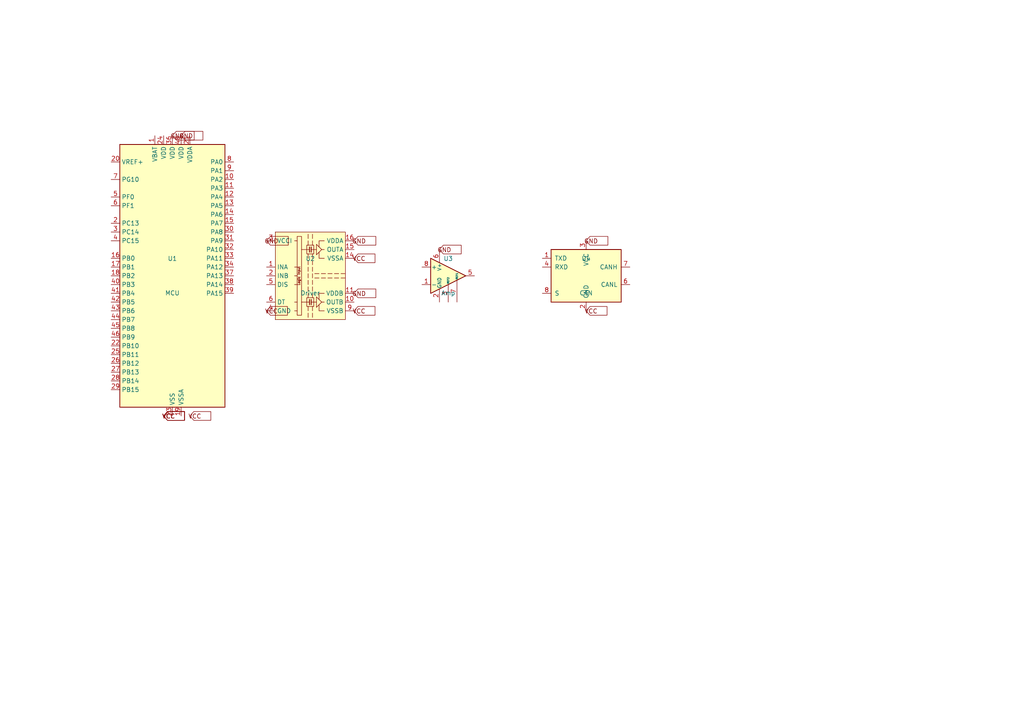
<source format=kicad_sch>
(kicad_sch (version 20231120) (generator "nexus_ee_design")
  (paper "A4")
  (lib_symbols
    (symbol "STM32G431CBTxZ"
      (property "Reference" "U" (at -15.24 39.37 0))
      (property "Value" "STM32G431CBTxZ" (at 7.62 39.37 0))
      (symbol "STM32G431CBTxZ_0_1"
        (rectangle (start -15.24 -38.1) (end 15.24 38.1) (stroke (width 0.254)) (fill (type background)))
      )
      (symbol "STM32G431CBTxZ_1_1"
        (pin input line (at -17.78 33.02 0) (length 2.54) (name "VREF+") (number "20"))
        (pin bidirectional line (at -17.78 27.94 0) (length 2.54) (name "PG10") (number "7"))
        (pin bidirectional line (at -17.78 22.86 0) (length 2.54) (name "PF0") (number "5"))
        (pin bidirectional line (at -17.78 20.32 0) (length 2.54) (name "PF1") (number "6"))
        (pin bidirectional line (at -17.78 15.24 0) (length 2.54) (name "PC13") (number "2"))
        (pin bidirectional line (at -17.78 12.7 0) (length 2.54) (name "PC14") (number "3"))
        (pin bidirectional line (at -17.78 10.16 0) (length 2.54) (name "PC15") (number "4"))
        (pin bidirectional line (at -17.78 5.08 0) (length 2.54) (name "PB0") (number "16"))
        (pin bidirectional line (at -17.78 2.54 0) (length 2.54) (name "PB1") (number "17"))
        (pin bidirectional line (at -17.78 0 0) (length 2.54) (name "PB2") (number "18"))
        (pin bidirectional line (at -17.78 -2.54 0) (length 2.54) (name "PB3") (number "40"))
        (pin bidirectional line (at -17.78 -5.08 0) (length 2.54) (name "PB4") (number "41"))
        (pin bidirectional line (at -17.78 -7.62 0) (length 2.54) (name "PB5") (number "42"))
        (pin bidirectional line (at -17.78 -10.16 0) (length 2.54) (name "PB6") (number "43"))
        (pin bidirectional line (at -17.78 -12.7 0) (length 2.54) (name "PB7") (number "44"))
        (pin bidirectional line (at -17.78 -15.24 0) (length 2.54) (name "PB8") (number "45"))
        (pin bidirectional line (at -17.78 -17.78 0) (length 2.54) (name "PB9") (number "46"))
        (pin bidirectional line (at -17.78 -20.32 0) (length 2.54) (name "PB10") (number "22"))
        (pin bidirectional line (at -17.78 -22.86 0) (length 2.54) (name "PB11") (number "25"))
        (pin bidirectional line (at -17.78 -25.4 0) (length 2.54) (name "PB12") (number "26"))
        (pin bidirectional line (at -17.78 -27.94 0) (length 2.54) (name "PB13") (number "27"))
        (pin bidirectional line (at -17.78 -30.48 0) (length 2.54) (name "PB14") (number "28"))
        (pin bidirectional line (at -17.78 -33.02 0) (length 2.54) (name "PB15") (number "29"))
        (pin power_in line (at -5.08 40.64 270) (length 2.54) (name "VBAT") (number "1"))
        (pin power_in line (at -2.54 40.64 270) (length 2.54) (name "VDD") (number "24"))
        (pin power_in line (at 0 40.64 270) (length 2.54) (name "VDD") (number "36"))
        (pin power_in line (at 0 -40.64 90) (length 2.54) (name "VSS") (number "23"))
        (pin passive line (at 0 -40.64 90) (length 2.54) (hide yes) (name "VSS") (number "35"))
        (pin passive line (at 0 -40.64 90) (length 2.54) (hide yes) (name "VSS") (number "47"))
        (pin power_in line (at 2.54 40.64 270) (length 2.54) (name "VDD") (number "48"))
        (pin power_in line (at 2.54 -40.64 90) (length 2.54) (name "VSSA") (number "19"))
        (pin power_in line (at 5.08 40.64 270) (length 2.54) (name "VDDA") (number "21"))
        (pin bidirectional line (at 17.78 33.02 180) (length 2.54) (name "PA0") (number "8"))
        (pin bidirectional line (at 17.78 30.48 180) (length 2.54) (name "PA1") (number "9"))
        (pin bidirectional line (at 17.78 27.94 180) (length 2.54) (name "PA2") (number "10"))
        (pin bidirectional line (at 17.78 25.4 180) (length 2.54) (name "PA3") (number "11"))
        (pin bidirectional line (at 17.78 22.86 180) (length 2.54) (name "PA4") (number "12"))
        (pin bidirectional line (at 17.78 20.32 180) (length 2.54) (name "PA5") (number "13"))
        (pin bidirectional line (at 17.78 17.78 180) (length 2.54) (name "PA6") (number "14"))
        (pin bidirectional line (at 17.78 15.24 180) (length 2.54) (name "PA7") (number "15"))
        (pin bidirectional line (at 17.78 12.7 180) (length 2.54) (name "PA8") (number "30"))
        (pin bidirectional line (at 17.78 10.16 180) (length 2.54) (name "PA9") (number "31"))
        (pin bidirectional line (at 17.78 7.62 180) (length 2.54) (name "PA10") (number "32"))
        (pin bidirectional line (at 17.78 5.08 180) (length 2.54) (name "PA11") (number "33"))
        (pin bidirectional line (at 17.78 2.54 180) (length 2.54) (name "PA12") (number "34"))
        (pin bidirectional line (at 17.78 0 180) (length 2.54) (name "PA13") (number "37"))
        (pin bidirectional line (at 17.78 -2.54 180) (length 2.54) (name "PA14") (number "38"))
        (pin bidirectional line (at 17.78 -5.08 180) (length 2.54) (name "PA15") (number "39"))
      )
    )
    (symbol "UCC21520DW"
      (property "Reference" "U" (at 0 16.51 0))
      (property "Value" "UCC21520DW" (at 0 13.97 0))
      (symbol "UCC21520DW_0_0"
        (polyline (pts (xy -0.635 12.065) (xy -0.635 10.795)))
        (polyline (pts (xy -0.635 10.16) (xy -0.635 8.89)))
        (polyline (pts (xy -0.635 6.35) (xy -0.635 5.08)))
        (polyline (pts (xy -0.254 8.382) (xy -0.254 6.858)) (stroke (width 0.254)))
        (polyline (pts (xy -0.254 7.62) (xy -2.54 7.62)))
        (polyline (pts (xy -0.254 -6.858) (xy -0.254 -8.382)) (stroke (width 0.254)))
        (polyline (pts (xy -0.254 -7.62) (xy -2.54 -7.62)))
        (polyline (pts (xy 0.254 8.382) (xy 0.254 6.858)) (stroke (width 0.254)))
        (polyline (pts (xy 0.254 7.62) (xy 1.778 7.62)))
        (polyline (pts (xy 0.254 -6.858) (xy 0.254 -8.382)) (stroke (width 0.254)))
        (polyline (pts (xy 0.254 -7.62) (xy 1.778 -7.62)))
        (polyline (pts (xy 0.635 10.795) (xy 0.635 12.065)))
        (polyline (pts (xy 0.635 8.89) (xy 0.635 10.16)))
        (polyline (pts (xy 0.635 6.35) (xy 0.635 5.08)))
        (rectangle (start 1.016 8.89) (end -1.016 6.35))
        (rectangle (start 1.016 -6.35) (end -1.016 -8.89))
        (polyline (pts (xy 2.54 0.635) (xy 1.27 0.635)))
        (polyline (pts (xy 2.54 -0.635) (xy 1.27 -0.635)))
        (polyline (pts (xy 3.302 7.62) (xy 1.778 6.096) (xy 1.778 9.144) (xy 3.302 7.62)))
        (polyline (pts (xy 3.302 -7.62) (xy 1.778 -9.144) (xy 1.778 -6.096) (xy 3.302 -7.62)))
        (polyline (pts (xy 4.064 10.16) (xy 2.54 10.16) (xy 2.54 8.382)))
        (polyline (pts (xy 4.064 7.62) (xy 3.302 7.62)))
        (polyline (pts (xy 4.064 5.08) (xy 2.54 5.08) (xy 2.54 6.858)))
        (polyline (pts (xy 4.064 -5.08) (xy 2.54 -5.08) (xy 2.54 -6.858)))
        (polyline (pts (xy 4.064 -7.62) (xy 3.302 -7.62)))
        (polyline (pts (xy 4.064 -10.16) (xy 2.54 -10.16) (xy 2.54 -8.382)))
        (polyline (pts (xy 4.445 0.635) (xy 3.175 0.635)))
        (polyline (pts (xy 4.445 -0.635) (xy 3.175 -0.635)))
        (polyline (pts (xy 6.35 0.635) (xy 5.08 0.635)))
        (polyline (pts (xy 6.35 -0.635) (xy 5.08 -0.635)))
        (polyline (pts (xy 8.255 0.635) (xy 6.985 0.635)))
        (polyline (pts (xy 8.255 -0.635) (xy 6.985 -0.635)))
        (polyline (pts (xy 10.16 0.635) (xy 8.89 0.635)))
        (polyline (pts (xy 10.16 -0.635) (xy 8.89 -0.635)))
        (text "Logic Input" (at -3.302 0 900) (effects (font (size 0.635 0.635))))
      )
      (symbol "UCC21520DW_0_1"
        (rectangle (start -3.81 11.43) (end -2.54 -11.43))
        (polyline (pts (xy -3.81 10.16) (xy -4.572 10.16)))
        (polyline (pts (xy -3.81 2.54) (xy -4.572 2.54)))
        (polyline (pts (xy -3.81 0) (xy -4.572 0)))
        (polyline (pts (xy -3.81 -2.54) (xy -4.572 -2.54)))
        (polyline (pts (xy -3.81 -7.62) (xy -4.572 -7.62)))
        (polyline (pts (xy -3.81 -10.16) (xy -4.572 -10.16)))
        (polyline (pts (xy -0.635 4.445) (xy -0.635 3.175)))
        (polyline (pts (xy -0.635 2.54) (xy -0.635 1.27)))
        (polyline (pts (xy -0.635 0.635) (xy -0.635 -0.635)))
        (polyline (pts (xy -0.635 -1.27) (xy -0.635 -2.54)))
        (polyline (pts (xy -0.635 -3.175) (xy -0.635 -4.445)))
        (polyline (pts (xy -0.635 -5.08) (xy -0.635 -6.35)))
        (polyline (pts (xy -0.635 -8.89) (xy -0.635 -10.16)))
        (polyline (pts (xy -0.635 -10.795) (xy -0.635 -12.065)))
        (polyline (pts (xy 0.635 4.445) (xy 0.635 3.175)))
        (polyline (pts (xy 0.635 2.54) (xy 0.635 1.27)))
        (polyline (pts (xy 0.635 0.635) (xy 0.635 -0.635)))
        (polyline (pts (xy 0.635 -1.27) (xy 0.635 -2.54)))
        (polyline (pts (xy 0.635 -3.175) (xy 0.635 -4.445)))
        (polyline (pts (xy 0.635 -5.08) (xy 0.635 -6.35)))
        (polyline (pts (xy 0.635 -8.89) (xy 0.635 -10.16)))
        (polyline (pts (xy 0.635 -10.795) (xy 0.635 -12.065)))
        (rectangle (start 10.16 12.7) (end -10.16 -12.7) (fill (type background)))
      )
      (symbol "UCC21520DW_1_1"
        (pin power_in line (at -12.7 10.16 0) (length 2.54) (name "VCCI") (number "3"))
        (pin passive line (at -12.7 10.16 0) (length 2.54) (hide yes) (name "VCCI") (number "8"))
        (pin input line (at -12.7 2.54 0) (length 2.54) (name "INA") (number "1"))
        (pin input line (at -12.7 0 0) (length 2.54) (name "INB") (number "2"))
        (pin input line (at -12.7 -2.54 0) (length 2.54) (name "DIS") (number "5"))
        (pin passive line (at -12.7 -7.62 0) (length 2.54) (name "DT") (number "6"))
        (pin power_in line (at -12.7 -10.16 0) (length 2.54) (name "GND") (number "4"))
        (pin no_connect line (at -10.16 -5.08 0) (length 2.54) (hide yes) (name "NC") (number "7"))
        (pin no_connect line (at 10.16 2.54 180) (length 2.54) (hide yes) (name "NC") (number "13"))
        (pin no_connect line (at 10.16 -2.54 180) (length 2.54) (hide yes) (name "NC") (number "12"))
        (pin power_in line (at 12.7 10.16 180) (length 2.54) (name "VDDA") (number "16"))
        (pin output line (at 12.7 7.62 180) (length 2.54) (name "OUTA") (number "15"))
        (pin power_in line (at 12.7 5.08 180) (length 2.54) (name "VSSA") (number "14"))
        (pin power_in line (at 12.7 -5.08 180) (length 2.54) (name "VDDB") (number "11"))
        (pin output line (at 12.7 -7.62 180) (length 2.54) (name "OUTB") (number "10"))
        (pin power_in line (at 12.7 -10.16 180) (length 2.54) (name "VSSB") (number "9"))
      )
    )
    (symbol "INA240A1D" (pin_names (offset 0.127))
      (property "Reference" "U" (at 3.81 3.81 0))
      (property "Value" "INA240A1D" (at 3.81 -2.54 0))
      (symbol "INA240A1D_0_1"
        (polyline (pts (xy 5.08 0) (xy -5.08 5.08) (xy -5.08 -5.08) (xy 5.08 0)) (stroke (width 0.254)) (fill (type background)))
      )
      (symbol "INA240A1D_1_1"
        (pin input line (at -7.62 2.54 0) (length 2.54) (name "+") (number "8"))
        (pin input line (at -7.62 -2.54 0) (length 2.54) (name "-") (number "1"))
        (pin power_in line (at -2.54 7.62 270) (length 3.81) (name "V+") (number "6"))
        (pin power_in line (at -2.54 -7.62 90) (length 3.81) (name "GND") (number "2"))
        (pin passive line (at -2.54 -7.62 90) (length 3.81) (hide yes) (name "GND") (number "4"))
        (pin passive line (at 0 -7.62 90) (length 5.08) (name "REF2") (number "3"))
        (pin passive line (at 2.54 -7.62 90) (length 6.35) (name "REF1") (number "7"))
        (pin output line (at 7.62 0 180) (length 2.54) (name "~") (number "5"))
      )
    )
    (symbol "TJA1051T" (pin_names (offset 1.016))
      (property "Reference" "U" (at -10.16 8.89 0))
      (property "Value" "TJA1051T" (at 1.27 8.89 0))
      (symbol "TJA1051T_0_1"
        (rectangle (start -10.16 7.62) (end 10.16 -7.62) (stroke (width 0.254)) (fill (type background)))
      )
      (symbol "TJA1051T_1_1"
        (pin input line (at -12.7 5.08 0) (length 2.54) (name "TXD") (number "1"))
        (pin output line (at -12.7 2.54 0) (length 2.54) (name "RXD") (number "4"))
        (pin input line (at -12.7 -5.08 0) (length 2.54) (name "S") (number "8"))
        (pin no_connect line (at -10.16 -2.54 0) (length 2.54) (hide yes) (name "NC") (number "5"))
        (pin power_in line (at 0 10.16 270) (length 2.54) (name "VCC") (number "3"))
        (pin power_in line (at 0 -10.16 90) (length 2.54) (name "GND") (number "2"))
        (pin bidirectional line (at 12.7 2.54 180) (length 2.54) (name "CANH") (number "7"))
        (pin bidirectional line (at 12.7 -2.54 180) (length 2.54) (name "CANL") (number "6"))
      )
    )
  )
  (symbol (lib_id "STM32G431CBTxZ") (at 50.0 80.0 0) (unit 1)
    (property "Reference" "U1" (at 50.0 75.0 0))
    (property "Value" "MCU" (at 50.0 85.0 0))
  )
  (symbol (lib_id "UCC21520DW") (at 90.0 80.0 0) (unit 1)
    (property "Reference" "U2" (at 90.0 75.0 0))
    (property "Value" "Driver" (at 90.0 85.0 0))
  )
  (symbol (lib_id "INA240A1D") (at 130.0 80.0 0) (unit 1)
    (property "Reference" "U3" (at 130.0 75.0 0))
    (property "Value" "Amp" (at 130.0 85.0 0))
  )
  (symbol (lib_id "TJA1051T") (at 170.0 80.0 0) (unit 1)
    (property "Reference" "U4" (at 170.0 75.0 0))
    (property "Value" "CAN" (at 170.0 85.0 0))
  )
  (global_label "VCC" (shape input) (at 47.46 120.64 0))
  (global_label "VCC" (shape input) (at 47.46 120.64 0))
  (global_label "GND" (shape input) (at 50.0 39.36 0))
  (global_label "VCC" (shape input) (at 47.46 120.64 0))
  (global_label "GND" (shape input) (at 52.54 39.36 0))
  (global_label "VCC" (shape input) (at 55.08 120.64 0))
  (global_label "VCC" (shape input) (at 77.3 90.16 0))
  (global_label "GND" (shape input) (at 77.3 69.84 0))
  (global_label "VCC" (shape input) (at 102.7 90.16 0))
  (global_label "GND" (shape input) (at 102.7 85.08 0))
  (global_label "VCC" (shape input) (at 102.7 74.92 0))
  (global_label "GND" (shape input) (at 102.7 69.84 0))
  (global_label "GND" (shape input) (at 127.46 72.38 0))
  (global_label "VCC" (shape input) (at 170.0 90.16 0))
  (global_label "GND" (shape input) (at 170.0 69.84 0))
)
</source>
